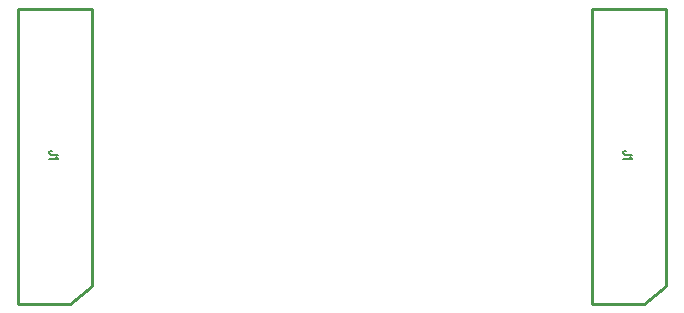
<source format=gm1>
G04*
G04 #@! TF.GenerationSoftware,Altium Limited,Altium Designer,20.0.11 (256)*
G04*
G04 Layer_Color=16711935*
%FSLAX25Y25*%
%MOIN*%
G70*
G01*
G75*
%ADD11C,0.00984*%
%ADD29C,0.00500*%
D11*
X413580Y177165D02*
X438467D01*
X413580Y78740D02*
Y177165D01*
Y78740D02*
X431142D01*
X438467Y84646D02*
Y177165D01*
X431142Y78740D02*
X438467Y84646D01*
X222241Y177165D02*
X247129D01*
X222241Y78740D02*
Y177165D01*
Y78740D02*
X239803D01*
X247129Y84646D02*
Y177165D01*
X239803Y78740D02*
X247129Y84646D01*
D29*
X427000Y128481D02*
X424751D01*
X424329Y128621D01*
X424188Y128762D01*
X424048Y129043D01*
Y129324D01*
X424188Y129605D01*
X424329Y129746D01*
X424751Y129887D01*
X425032D01*
X426437Y127722D02*
X426578Y127441D01*
X427000Y127019D01*
X424048D01*
X235661Y128481D02*
X233412D01*
X232990Y128621D01*
X232850Y128762D01*
X232709Y129043D01*
Y129324D01*
X232850Y129605D01*
X232990Y129746D01*
X233412Y129887D01*
X233693D01*
X235099Y127722D02*
X235239Y127441D01*
X235661Y127019D01*
X232709D01*
M02*

</source>
